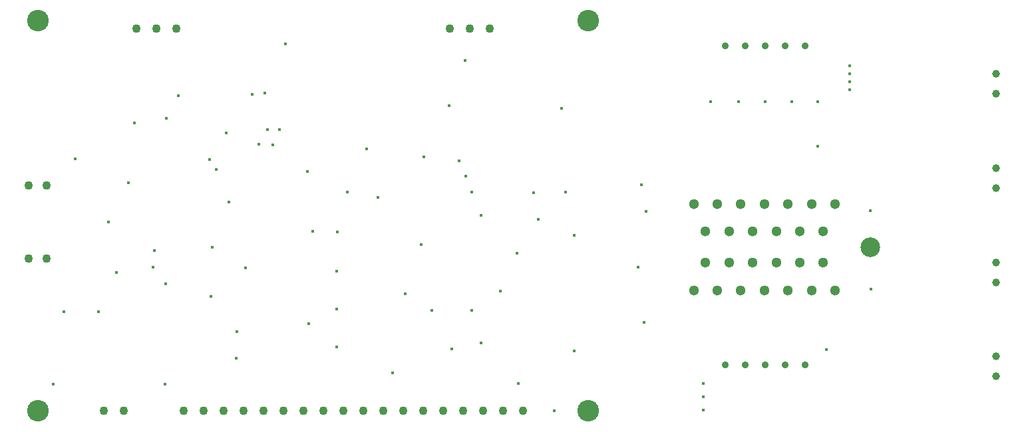
<source format=gbr>
%TF.GenerationSoftware,Altium Limited,Altium Designer,19.0.10 (269)*%
G04 Layer_Color=0*
%FSLAX26Y26*%
%MOIN*%
%TF.FileFunction,Plated,1,2,PTH,Drill*%
%TF.Part,Single*%
G01*
G75*
%TA.AperFunction,ComponentDrill*%
%ADD86C,0.043307*%
%ADD87C,0.108268*%
%ADD88C,0.051181*%
%ADD89C,0.098425*%
%ADD90C,0.043307*%
%ADD91C,0.035433*%
%ADD92C,0.038583*%
%TA.AperFunction,ViaDrill,NotFilled*%
%ADD93C,0.015000*%
D86*
X2362205Y2015748D02*
D03*
X2262205D02*
D03*
X2162205D02*
D03*
X590551D02*
D03*
X690551D02*
D03*
X790551D02*
D03*
X2526378Y98425D02*
D03*
X2426378D02*
D03*
X2326378D02*
D03*
X2226378D02*
D03*
X2126378D02*
D03*
X2026378D02*
D03*
X1926378D02*
D03*
X1826378D02*
D03*
X1726378D02*
D03*
X1626378D02*
D03*
X1526378D02*
D03*
X1426378D02*
D03*
X1326378D02*
D03*
X1226378D02*
D03*
X1126378D02*
D03*
X1026378D02*
D03*
X926378D02*
D03*
X826378D02*
D03*
X526378D02*
D03*
X426378D02*
D03*
D87*
X98425Y2055118D02*
D03*
X2854331D02*
D03*
Y98425D02*
D03*
X98425D02*
D03*
D88*
X3382677Y703307D02*
D03*
X3500787D02*
D03*
X3618898D02*
D03*
X3737008D02*
D03*
X3855118D02*
D03*
X3973228D02*
D03*
X4091339D02*
D03*
X3441732Y841102D02*
D03*
X3559843D02*
D03*
X3677953D02*
D03*
X3796063D02*
D03*
X3914173D02*
D03*
X4032284D02*
D03*
X3441732Y998583D02*
D03*
X3559843D02*
D03*
X3677953D02*
D03*
X3796063D02*
D03*
X3914173D02*
D03*
X4032284D02*
D03*
X3382677Y1136378D02*
D03*
X3500787D02*
D03*
X3618898D02*
D03*
X3737008D02*
D03*
X3855118D02*
D03*
X3973228D02*
D03*
X4091339D02*
D03*
D89*
X4268504Y919842D02*
D03*
D90*
X139764Y1230315D02*
D03*
X51181Y864173D02*
D03*
X139764D02*
D03*
X51181Y1230315D02*
D03*
D91*
X3540157Y1930433D02*
D03*
X3640157D02*
D03*
X3740157D02*
D03*
X3840157D02*
D03*
X3940157D02*
D03*
Y330433D02*
D03*
X3840157D02*
D03*
X3740157D02*
D03*
X3640157D02*
D03*
X3540157D02*
D03*
D92*
X4896614Y1788937D02*
D03*
Y1688937D02*
D03*
Y1316496D02*
D03*
Y1216496D02*
D03*
Y844055D02*
D03*
Y744055D02*
D03*
Y371614D02*
D03*
Y271614D02*
D03*
D93*
X1235236Y1691929D02*
D03*
X1172244Y1685039D02*
D03*
X1248032Y1508858D02*
D03*
X1306102Y1507874D02*
D03*
X4165354Y1830669D02*
D03*
Y1790669D02*
D03*
Y1710669D02*
D03*
Y1750669D02*
D03*
X3467520Y1650591D02*
D03*
X4004921Y1648622D02*
D03*
X3606299D02*
D03*
X3873032Y1649606D02*
D03*
X3740157D02*
D03*
X1204725Y1436024D02*
D03*
X741142Y1566929D02*
D03*
X1336902Y1940945D02*
D03*
X2236220Y1854331D02*
D03*
X2017666Y933182D02*
D03*
X3145611Y1098425D02*
D03*
X3102362Y817913D02*
D03*
X3135256Y541339D02*
D03*
X4047244Y405512D02*
D03*
X4004921Y1425197D02*
D03*
X4271654Y708307D02*
D03*
X4267717Y1103975D02*
D03*
X1452756Y535118D02*
D03*
X679460Y901575D02*
D03*
X964567Y673228D02*
D03*
X1094488Y496063D02*
D03*
X173228Y232284D02*
D03*
X1055118Y1144410D02*
D03*
X452269Y1047244D02*
D03*
X283465Y1362205D02*
D03*
X1275591Y1432087D02*
D03*
X1448819Y1300440D02*
D03*
X1744094Y1411174D02*
D03*
X2031496Y1373032D02*
D03*
X1937008Y685039D02*
D03*
X2169291Y409449D02*
D03*
X2503937Y236220D02*
D03*
X2685039Y98425D02*
D03*
X2412976Y700787D02*
D03*
X2603346Y1059732D02*
D03*
X2740157Y1196850D02*
D03*
X2157480Y1629921D02*
D03*
X2720551Y1615157D02*
D03*
X3122047Y1233268D02*
D03*
X1475406Y1000079D02*
D03*
X549724Y1241931D02*
D03*
X2316929Y1077756D02*
D03*
Y437992D02*
D03*
X2581693Y1193648D02*
D03*
X799213Y1678150D02*
D03*
X1136811Y815945D02*
D03*
X737205Y736221D02*
D03*
X1875000Y288386D02*
D03*
X2784291Y399606D02*
D03*
X3431851Y102362D02*
D03*
Y169291D02*
D03*
Y236220D02*
D03*
X1090551Y362205D02*
D03*
X2240157Y1275591D02*
D03*
X2271653Y1196850D02*
D03*
X2208661Y1353347D02*
D03*
X1595524Y418358D02*
D03*
X1595472Y798925D02*
D03*
Y610236D02*
D03*
X1595760Y997311D02*
D03*
X1648622Y1194882D02*
D03*
X1799213Y1170276D02*
D03*
X674213Y817913D02*
D03*
X492126Y791339D02*
D03*
X226378Y594488D02*
D03*
X400591D02*
D03*
X969488Y920276D02*
D03*
X579724Y1542323D02*
D03*
X734252Y233268D02*
D03*
X2783366Y978248D02*
D03*
X2496063Y889764D02*
D03*
X958662Y1360236D02*
D03*
X992126Y1308071D02*
D03*
X1042323Y1491142D02*
D03*
X2070866Y601378D02*
D03*
X2271260Y602756D02*
D03*
%TF.MD5,bf49fb3a34d7aa9405dcc76b0bb79d26*%
M02*

</source>
